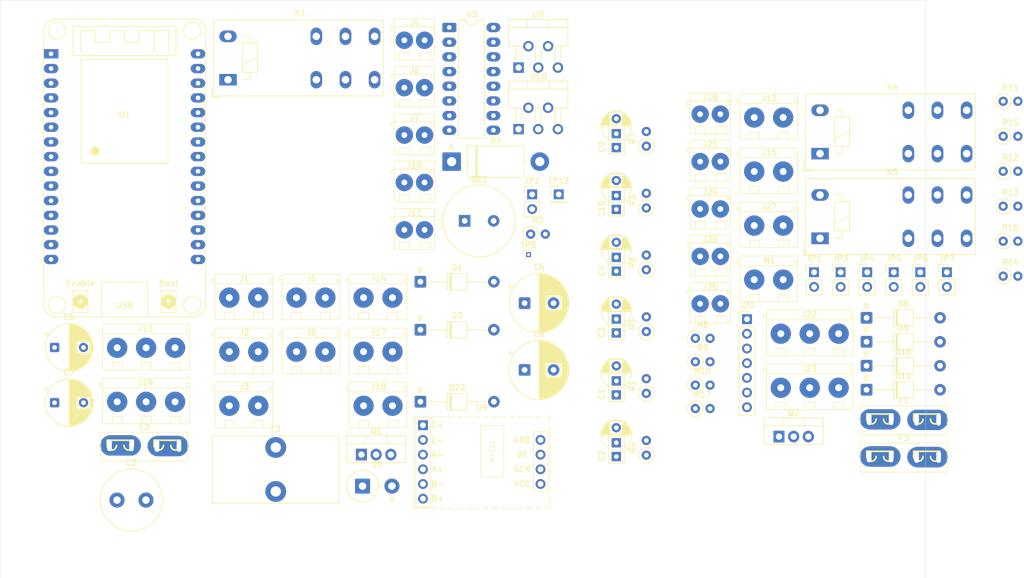
<source format=kicad_pcb>
(kicad_pcb (version 20241229) (generator "pcbnew") (generator_version "9.0")
  (layers (0 "F.Cu" signal) (2 "B.Cu" signal) (13 "F.Paste" user) (15 "B.Paste" user) (5 "F.SilkS" user "F.Silkscreen") (7 "B.SilkS" user "B.Silkscreen") (1 "F.Mask" user) (3 "B.Mask" user) (25 "Edge.Cuts" user))
  (net 0 "")
  (net 1 "/OD_Buzzer")
  (net 2 "+12V")
  (net 3 "GND")
  (net 4 "/GPIO-IN_Encoder-Button")
  (net 5 "/GPIO-IN_Button1")
  (net 6 "/GPIO-IN_Button2")
  (net 7 "/GPIO-IN_Encoder-A")
  (net 8 "+24V filtered")
  (net 9 "+5V")
  (net 10 "4...7V")
  (net 11 "/GPIO-IN_Encoder-B")
  (net 12 "/GPIO-IN_Position-SW")
  (net 13 "Net-(D3-K)")
  (net 14 "Net-(D3-A)")
  (net 15 "Net-(D8-A)")
  (net 16 "Net-(D4-K)")
  (net 17 "Net-(D5-K)")
  (net 18 "Net-(D8-K)")
  (net 19 "Net-(D9-A)")
  (net 20 "Net-(D10-A)")
  (net 21 "Net-(D11-K)")
  (net 22 "Net-(D22-A)")
  (net 23 "12V-supply")
  (net 24 "Net-(F1-Pad1)")
  (net 25 "Net-(F3-Pad1)")
  (net 26 "Net-(J22-Pin_3)")
  (net 27 "Net-(J16-Pin_2)")
  (net 28 "/Digital-Input-Filter/switch-terminal")
  (net 29 "/Digital-Input-Filter1/switch-terminal")
  (net 30 "/FREE")
  (net 31 "/Digital-Input-Filter3/switch-terminal")
  (net 32 "/Digital-Input-Filter2/switch-terminal")
  (net 33 "/Digital-Input-Filter5/switch-terminal")
  (net 34 "/Digital-Input-Filter4/switch-terminal")
  (net 35 "Net-(J21-Pin_2)")
  (net 36 "Net-(J22-Pin_2)")
  (net 37 "Net-(J22-Pin_1)")
  (net 38 "Net-(J23-Pin_3)")
  (net 39 "+3V3")
  (net 40 "/I2C-SDA_OLED")
  (net 41 "/I2C-SCL_OLED")
  (net 42 "Net-(J13-Pin_3)")
  (net 43 "Net-(J13-Pin_1)")
  (net 44 "Net-(J13-Pin_2)")
  (net 45 "Net-(J19-Pin_2)")
  (net 46 "Net-(J23-Pin_2)")
  (net 47 "Net-(J23-Pin_1)")
  (net 48 "Net-(J24-Pin_2)")
  (net 49 "Net-(J24-Pin_1)")
  (net 50 "Net-(J25-Pin_1)")
  (net 51 "/Servo-PWM-Signal")
  (net 58 "Net-(J25-Pin_2)")
  (net 81 "/OD_LED2")
  (net 82 "/OD_Relay-heater")
  (net 83 "/OD_LED1")
  (net 84 "Net-(J26-Pin_1)")
  (net 85 "Net-(J26-Pin_2)")
  (net 86 "/OD_Relay-motor")
  (net 87 "Net-(JP3-A)")
  (net 88 "Net-(Q1-G)")
  (net 89 "Net-(Q2-G)")
  (net 91 "/GPIO_MOS-valve")
  (net 92 "/OD_Relay-reserve")
  (net 93 "/GPIO_MOS-reserve")
  (net 94 "/GPIO_Buzzer")
  (net 95 "/GPIO_LED2")
  (net 96 "/GPIO_Relay-reserve")
  (net 97 "/GPIO_Relay-motor")
  (net 98 "/GPIO_Relay-heater")
  (net 99 "/GPIO_LED1")
  (net 100 "/HX711_SCK")
  (net 101 "/HX711_DT")
  (footprint "capacitor_libJonny:C_DualType__Disc-7.0x2.5mm-P5mm__Elko-D5mm-P2.5mm" (layer "F.Cu") (at 126.2 65.19 90)
    (property "Reference" "C4" (at 0.1 -2.5 90) (layer "F.SilkS"))
    (property "Value" "100n")
    (pad "1" thru_hole rect (at 0 0 90) (size 1.6 1.6) (drill 0.8) (layers "*.Cu" "*.Mask") (net 7 "/GPIO-IN_Encoder-A"))
    (pad "1" thru_hole rect (at 2.4 0 90) (size 1.6 1.6) (drill 0.8) (layers "*.Cu" "*.Mask") (net 7 "/GPIO-IN_Encoder-A"))
    (pad "2" thru_hole circle (at 5 0 90) (size 1.6 1.6) (drill 0.8) (layers "*.Cu" "*.Mask") (net 3 "GND"))
  )
  (footprint "Diode_THT:D_T-1_P12.70mm_Horizontal" (layer "F.Cu") (at 92.335 87.765)
    (property "Reference" "D22" (at 6.35 -2.42 0) (layer "F.SilkS"))
    (property "Value" "D")
    (fp_text user "K" (at 0 -2 0) (layer "F.SilkS"))
    (pad "1" thru_hole roundrect (at 0 0) (size 2 2) (drill 1) (layers "*.Cu" "*.Mask") (roundrect_rratio 0.125) (net 2 "+12V"))
    (pad "2" thru_hole circle (at 12.7 0) (size 2 2) (drill 1) (layers "*.Cu" "*.Mask") (net 22 "Net-(D22-A)"))
  )
  (footprint "terminals_libJonny:ScrewTerminal_P5mm_2Pin_FP10x8" (layer "F.Cu") (at 59.31 79.115)
    (property "Reference" "J2" (at 2.6 -3.3 0) (layer "F.SilkS"))
    (property "Value" "12V")
    (pad "1" thru_hole circle (at 0 0) (size 3.5 3.5) (drill 1.2) (layers "*.Cu" "*.Mask") (net 2 "+12V"))
    (pad "2" thru_hole circle (at 5 0) (size 3.5 3.5) (drill 1.2) (layers "*.Cu" "*.Mask") (net 2 "+12V"))
  )
  (footprint "capacitor_libJonny:C_DualType__Disc-7.0x2.5mm-P5mm__Elko-D5mm-P2.5mm" (layer "F.Cu") (at 126.2 86.57 90)
    (property "Reference" "C1" (at 0.1 -2.5 90) (layer "F.SilkS"))
    (property "Value" "100n")
    (pad "1" thru_hole rect (at 0 0 90) (size 1.6 1.6) (drill 0.8) (layers "*.Cu" "*.Mask") (net 4 "/GPIO-IN_Encoder-Button"))
    (pad "1" thru_hole rect (at 2.4 0 90) (size 1.6 1.6) (drill 0.8) (layers "*.Cu" "*.Mask") (net 4 "/GPIO-IN_Encoder-Button"))
    (pad "2" thru_hole circle (at 5 0 90) (size 1.6 1.6) (drill 0.8) (layers "*.Cu" "*.Mask") (net 3 "GND"))
  )
  (footprint "devboards_libJonny:esp32-devkit-v1_30Pin" (layer "F.Cu") (at 41.2 27.59)
    (property "Reference" "U1" (at 0 10.47 0) (layer "F.SilkS"))
    (property "Value" "esp32-devkit-v1_30Pin")
    (fp_text user "Boot" (at 7.62 39.68 0) (layer "F.SilkS"))
    (fp_text user "USB" (at 0 43.49 0) (layer "F.SilkS"))
    (fp_text user "Enable" (at -7.62 39.68 0) (layer "F.SilkS"))
    (pad "1" thru_hole rect (at -12.7 0) (size 2.5 1.6) (drill 0.8) (layers "*.Cu" "*.Mask"))
    (pad "2" thru_hole oval (at -12.7 2.54) (size 2.5 1.6) (drill 0.8) (layers "*.Cu" "*.Mask"))
    (pad "3" thru_hole oval (at -12.7 5.08) (size 2.5 1.6) (drill 0.8) (layers "*.Cu" "*.Mask"))
    (pad "4" thru_hole oval (at -12.7 7.62) (size 2.5 1.6) (drill 0.8) (layers "*.Cu" "*.Mask"))
    (pad "5" thru_hole oval (at -12.7 10.16) (size 2.5 1.6) (drill 0.8) (layers "*.Cu" "*.Mask"))
    (pad "6" thru_hole oval (at -12.7 12.7) (size 2.5 1.6) (drill 0.8) (layers "*.Cu" "*.Mask"))
    (pad "7" thru_hole oval (at -12.7 15.24) (size 2.5 1.6) (drill 0.8) (layers "*.Cu" "*.Mask"))
    (pad "8" thru_hole oval (at -12.7 17.78) (size 2.5 1.6) (drill 0.8) (layers "*.Cu" "*.Mask"))
    (pad "9" thru_hole oval (at -12.7 20.32) (size 2.5 1.6) (drill 0.8) (layers "*.Cu" "*.Mask"))
    (pad "10" thru_hole oval (at -12.7 22.86) (size 2.5 1.6) (drill 0.8) (layers "*.Cu" "*.Mask"))
    (pad "11" thru_hole oval (at -12.7 25.4) (size 2.5 1.6) (drill 0.8) (layers "*.Cu" "*.Mask"))
    (pad "12" thru_hole oval (at -12.7 27.94) (size 2.5 1.6) (drill 0.8) (layers "*.Cu" "*.Mask"))
    (pad "13" thru_hole oval (at -12.7 30.48) (size 2.5 1.6) (drill 0.8) (layers "*.Cu" "*.Mask"))
    (pad "14" thru_hole oval (at -12.7 33.02) (size 2.5 1.6) (drill 0.8) (layers "*.Cu" "*.Mask"))
    (pad "15" thru_hole oval (at -12.7 35.56) (size 2.5 1.6) (drill 0.8) (layers "*.Cu" "*.Mask") (net 9 "+5V"))
    (pad "16" thru_hole oval (at 12.7 35.56) (size 2.5 1.6) (drill 0.8) (layers "*.Cu" "*.Mask") (net 39 "+3V3"))
    (pad "17" thru_hole oval (at 12.7 33.02) (size 2.5 1.6) (drill 0.8) (layers "*.Cu" "*.Mask"))
    (pad "18" thru_hole oval (at 12.7 30.48) (size 2.5 1.6) (drill 0.8) (layers "*.Cu" "*.Mask"))
    (pad "19" thru_hole oval (at 12.7 27.94) (size 2.5 1.6) (drill 0.8) (layers "*.Cu" "*.Mask"))
    (pad "20" thru_hole oval (at 12.7 25.4) (size 2.5 1.6) (drill 0.8) (layers "*.Cu" "*.Mask"))
    (pad "21" thru_hole oval (at 12.7 22.86) (size 2.5 1.6) (drill 0.8) (layers "*.Cu" "*.Mask"))
    (pad "22" thru_hole oval (at 12.7 20.32) (size 2.5 1.6) (drill 0.8) (layers "*.Cu" "*.Mask"))
    (pad "23" thru_hole oval (at 12.7 17.78) (size 2.5 1.6) (drill 0.8) (layers "*.Cu" "*.Mask"))
    (pad "24" thru_hole oval (at 12.7 15.24) (size 2.5 1.6) (drill 0.8) (layers "*.Cu" "*.Mask"))
    (pad "25" thru_hole oval (at 12.7 12.7) (size 2.5 1.6) (drill 0.8) (layers "*.Cu" "*.Mask"))
    (pad "26" thru_hole oval (at 12.7 10.16) (size 2.5 1.6) (drill 0.8) (layers "*.Cu" "*.Mask"))
    (pad "27" thru_hole oval (at 12.7 7.62) (size 2.5 1.6) (drill 0.8) (layers "*.Cu" "*.Mask"))
    (pad "28" thru_hole oval (at 12.7 5.08) (size 2.5 1.6) (drill 0.8) (layers "*.Cu" "*.Mask"))
    (pad "29" thru_hole oval (at 12.7 2.54) (size 2.5 1.6) (drill 0.8) (layers "*.Cu" "*.Mask"))
    (pad "30" thru_hole oval (at 12.7 0) (size 2.5 1.6) (drill 0.8) (layers "*.Cu" "*.Mask"))
  )
  (footprint "Diode_THT:D_T-1_P12.70mm_Horizontal" (layer "F.Cu") (at 169.45 73.25)
    (property "Reference" "D8" (at 6.35 -2.42 0) (layer "F.SilkS"))
    (property "Value" "D")
    (fp_text user "K" (at 0 -2 0) (layer "F.SilkS"))
    (pad "1" thru_hole roundrect (at 0 0) (size 2 2) (drill 1) (layers "*.Cu" "*.Mask") (roundrect_rratio 0.125) (net 18 "Net-(D8-K)"))
    (pad "2" thru_hole circle (at 12.7 0) (size 2 2) (drill 1) (layers "*.Cu" "*.Mask") (net 15 "Net-(D8-A)"))
  )
  (footprint "terminals_libJonny:ScrewTerminal_P3.5mm_2Pin_FP7x7" (layer "F.Cu") (at 89.56 49.84)
    (property "Reference" "J10" (at 1.75 -2.95 0) (layer "F.SilkS"))
    (property "Value" "OLED_3v3, GND")
    (pad "1" thru_hole circle (at 0 0) (size 3 3) (drill 1) (layers "*.Cu" "*.Mask") (net 3 "GND"))
    (pad "2" thru_hole circle (at 3.5 0) (size 3 3) (drill 1) (layers "*.Cu" "*.Mask") (net 39 "+3V3"))
  )
  (footprint "terminals_libJonny:ScrewTerminal_P5mm_2Pin_FP10x8" (layer "F.Cu") (at 70.91 79.115)
    (property "Reference" "J8" (at 2.6 -3.3 0) (layer "F.SilkS"))
    (property "Value" "MOS out (COM, Drain)")
    (pad "1" thru_hole circle (at 0 0) (size 3.5 3.5) (drill 1.2) (layers "*.Cu" "*.Mask") (net 14 "Net-(D3-A)"))
    (pad "2" thru_hole circle (at 5 0) (size 3.5 3.5) (drill 1.2) (layers "*.Cu" "*.Mask") (net 13 "Net-(D3-K)"))
  )
  (footprint "Resistor_THT:R_Axial_DIN0207_L6.3mm_D2.5mm_P2.54mm_Vertical" (layer "F.Cu") (at 111.385 58.775)
    (property "Reference" "R2" (at 1.27 -2.37 0) (layer "F.SilkS"))
    (property "Value" "200")
    (pad "1" thru_hole circle (at 0 0) (size 1.6 1.6) (drill 0.8) (layers "*.Cu" "*.Mask") (net 51 "/Servo-PWM-Signal"))
    (pad "2" thru_hole circle (at 2.54 0) (size 1.6 1.6) (drill 0.8) (layers "*.Cu" "*.Mask") (net 45 "Net-(J19-Pin_2)"))
  )
  (footprint "Diode_THT:D_T-1_P12.70mm_Horizontal" (layer "F.Cu") (at 92.335 75.315)
    (property "Reference" "D3" (at 6.35 -2.42 0) (layer "F.SilkS"))
    (property "Value" "D")
    (fp_text user "K" (at 0 -2 0) (layer "F.SilkS"))
    (pad "1" thru_hole roundrect (at 0 0) (size 2 2) (drill 1) (layers "*.Cu" "*.Mask") (roundrect_rratio 0.125) (net 13 "Net-(D3-K)"))
    (pad "2" thru_hole circle (at 12.7 0) (size 2 2) (drill 1) (layers "*.Cu" "*.Mask") (net 14 "Net-(D3-A)"))
  )
  (footprint "Resistor_THT:R_Axial_DIN0207_L6.3mm_D2.5mm_P2.54mm_Vertical" (layer "F.Cu") (at 193.06 47.9)
    (property "Reference" "R12" (at 1.27 -2.37 0) (layer "F.SilkS"))
    (property "Value" "10k")
    (pad "1" thru_hole circle (at 0 0) (size 1.6 1.6) (drill 0.8) (layers "*.Cu" "*.Mask") (net 39 "+3V3"))
    (pad "2" thru_hole circle (at 2.54 0) (size 1.6 1.6) (drill 0.8) (layers "*.Cu" "*.Mask") (net 29 "/Digital-Input-Filter1/switch-terminal"))
  )
  (footprint "capacitor_libJonny:C_DualType__Disc-7.0x2.5mm-P5mm__Elko-D5mm-P2.5mm" (layer "F.Cu") (at 126.2 54.5 90)
    (property "Reference" "C10" (at 0.1 -2.5 90) (layer "F.SilkS"))
    (property "Value" "100n")
    (pad "1" thru_hole rect (at 0 0 90) (size 1.6 1.6) (drill 0.8) (layers "*.Cu" "*.Mask") (net 12 "/GPIO-IN_Position-SW"))
    (pad "1" thru_hole rect (at 2.4 0 90) (size 1.6 1.6) (drill 0.8) (layers "*.Cu" "*.Mask") (net 12 "/GPIO-IN_Position-SW"))
    (pad "2" thru_hole circle (at 5 0 90) (size 1.6 1.6) (drill 0.8) (layers "*.Cu" "*.Mask") (net 3 "GND"))
  )
  (footprint "Capacitor_THT:CP_Radial_D10.0mm_P5.00mm" (layer "F.Cu") (at 110.349646 70.715)
    (property "Reference" "C6" (at 2.5 -6.25 0) (layer "F.SilkS"))
    (property "Value" "1000u")
    (pad "1" thru_hole roundrect (at 0 0) (size 2 2) (drill 1) (layers "*.Cu" "*.Mask") (roundrect_rratio 0.125) (net 9 "+5V"))
    (pad "2" thru_hole circle (at 5 0) (size 2 2) (drill 1) (layers "*.Cu" "*.Mask") (net 3 "GND"))
  )
  (footprint "misc_libJonny:Fuseholder_Automotive-Mini_Fuse11x4x16_Footprint15x5_Inline" (layer "F.Cu") (at 169.9 97.35)
    (property "Reference" "F3" (at 6 -3.3 0) (layer "F.SilkS"))
    (property "Value" "F-Heater")
    (pad "1" thru_hole roundrect (at 0 -0.1) (size 7 3.5) (drill oval 0.8 2 (offset 1.9 0)) (layers "*.Cu" "*.Mask") (roundrect_rratio 0.5) (net 25 "Net-(F3-Pad1)"))
    (pad "1" thru_hole roundrect (at 3.8 -0.1) (size 7 3.5) (drill oval 0.8 2 (offset -1.9 0)) (layers "*.Cu" "*.Mask") (roundrect_rratio 0.5) (net 25 "Net-(F3-Pad1)"))
    (pad "2" thru_hole roundrect (at 8.2 0) (size 7 3.5) (drill oval 0.8 2 (offset 1.9 0)) (layers "*.Cu" "*.Mask") (roundrect_rratio 0.5) (net 26 "Net-(J22-Pin_3)"))
    (pad "2" thru_hole roundrect (at 12 0) (size 7 3.5) (drill oval 0.8 2 (offset -1.9 0)) (layers "*.Cu" "*.Mask") (roundrect_rratio 0.5) (net 26 "Net-(J22-Pin_3)"))
  )
  (footprint "Package_TO_SOT_THT:TO-220-3_Vertical" (layer "F.Cu") (at 154.31 93.8)
    (property "Reference" "Q2" (at 2.54 -4.1 0) (layer "F.SilkS"))
    (property "Value" "IRLB8721PBF")
    (pad "1" thru_hole rect (at 0 0) (size 1.905 2) (drill 1.1) (layers "*.Cu" "*.Mask") (net 89 "Net-(Q2-G)"))
    (pad "2" thru_hole oval (at 2.54 0) (size 1.905 2) (drill 1.1) (layers "*.Cu" "*.Mask") (net 15 "Net-(D8-A)"))
    (pad "3" thru_hole oval (at 5.08 0) (size 1.905 2) (drill 1.1) (layers "*.Cu" "*.Mask") (net 3 "GND"))
  )
  (footprint "Package_TO_SOT_THT:TO-220-3_Vertical" (layer "F.Cu") (at 82.145 96.915)
    (property "Reference" "Q1" (at 2.54 -4.1 0) (layer "F.SilkS"))
    (property "Value" "IRLB8721PBF")
    (pad "1" thru_hole rect (at 0 0) (size 1.905 2) (drill 1.1) (layers "*.Cu" "*.Mask") (net 88 "Net-(Q1-G)"))
    (pad "2" thru_hole oval (at 2.54 0) (size 1.905 2) (drill 1.1) (layers "*.Cu" "*.Mask") (net 14 "Net-(D3-A)"))
    (pad "3" thru_hole oval (at 5.08 0) (size 1.905 2) (drill 1.1) (layers "*.Cu" "*.Mask") (net 3 "GND"))
  )
  (footprint "misc_libJonny:Fuseholder_Automotive-Mini_Fuse11x4x16_Footprint15x5_Inline" (layer "F.Cu") (at 38.605 95.435)
    (property "Reference" "F2" (at 6 -3.3 0) (layer "F.SilkS"))
    (property "Value" "F-total")
    (pad "1" thru_hole roundrect (at 0 -0.1) (size 7 3.5) (drill oval 0.8 2 (offset 1.9 0)) (layers "*.Cu" "*.Mask") (roundrect_rratio 0.5) (net 2 "+12V"))
    (pad "1" thru_hole roundrect (at 3.8 -0.1) (size 7 3.5) (drill oval 0.8 2 (offset -1.9 0)) (layers "*.Cu" "*.Mask") (roundrect_rratio 0.5) (net 2 "+12V"))
    (pad "2" thru_hole roundrect (at 8.2 0) (size 7 3.5) (drill oval 0.8 2 (offset 1.9 0)) (layers "*.Cu" "*.Mask") (roundrect_rratio 0.5) (net 23 "12V-supply"))
    (pad "2" thru_hole roundrect (at 12 0) (size 7 3.5) (drill oval 0.8 2 (offset -1.9 0)) (layers "*.Cu" "*.Mask") (roundrect_rratio 0.5) (net 23 "12V-supply"))
  )
  (footprint "Resistor_THT:R_Axial_DIN0207_L6.3mm_D2.5mm_P2.54mm_Vertical" (layer "F.Cu") (at 131.386 54.25 90)
    (property "Reference" "R3" (at 1.27 -2.37 90) (layer "F.SilkS"))
    (property "Value" "4k7")
    (pad "1" thru_hole circle (at 0 0 90) (size 1.6 1.6) (drill 0.8) (layers "*.Cu" "*.Mask") (net 33 "/Digital-Input-Filter5/switch-terminal"))
    (pad "2" thru_hole circle (at 2.54 0 90) (size 1.6 1.6) (drill 0.8) (layers "*.Cu" "*.Mask") (net 12 "/GPIO-IN_Position-SW"))
  )
  (footprint "Capacitor_THT:CP_Radial_D8.0mm_P5.00mm" (layer "F.Cu") (at 29.109698 78.385)
    (property "Reference" "C5" (at 2.5 -5.25 0) (layer "F.SilkS"))
    (property "Value" "100u")
    (pad "1" thru_hole roundrect (at 0 0) (size 1.6 1.6) (drill 0.8) (layers "*.Cu" "*.Mask") (roundrect_rratio 0.15625) (net 8 "+24V filtered"))
    (pad "2" thru_hole circle (at 5 0) (size 1.6 1.6) (drill 0.8) (layers "*.Cu" "*.Mask") (net 3 "GND"))
  )
  (footprint "terminals_libJonny:ScrewTerminal_P5mm_3Pin_FP15x8" (layer "F.Cu") (at 39.93 87.785)
    (property "Reference" "J19" (at 4.9 -3.3 0) (layer "F.SilkS"))
    (property "Value" "Servo")
    (pad "1" thru_hole circle (at 0 0) (size 3.5 3.5) (drill 1.2) (layers "*.Cu" "*.Mask") (net 10 "4...7V"))
    (pad "2" thru_hole circle (at 5 0) (size 3.5 3.5) (drill 1.2) (layers "*.Cu" "*.Mask") (net 45 "Net-(J19-Pin_2)"))
    (pad "3" thru_hole circle (at 10 0) (size 3.5 3.5) (drill 1.2) (layers "*.Cu" "*.Mask") (net 3 "GND"))
  )
  (footprint "terminals_libJonny:ScrewTerminal_P3.5mm_2Pin_FP7x7" (layer "F.Cu") (at 140.685 62.625)
    (property "Reference" "J25" (at 1.75 -2.95 0) (layer "F.SilkS"))
    (property "Value" "load-cell (white, green)")
    (pad "1" thru_hole circle (at 0 0) (size 3 3) (drill 1) (layers "*.Cu" "*.Mask") (net 50 "Net-(J25-Pin_1)"))
    (pad "2" thru_hole circle (at 3.5 0) (size 3 3) (drill 1) (layers "*.Cu" "*.Mask") (net 58 "Net-(J25-Pin_2)"))
  )
  (footprint "terminals_libJonny:ScrewTerminal_P5mm_2Pin_FP10x8" (layer "F.Cu") (at 82.51 69.765)
    (property "Reference" "J14" (at 2.6 -3.3 0) (layer "F.SilkS"))
    (property "Value" "3V3")
    (pad "1" thru_hole circle (at 0 0) (size 3.5 3.5) (drill 1.2) (layers "*.Cu" "*.Mask") (net 9 "+5V"))
    (pad "2" thru_hole circle (at 5 0) (size 3.5 3.5) (drill 1.2) (layers "*.Cu" "*.Mask") (net 9 "+5V"))
  )
  (footprint "terminals_libJonny:ScrewTerminal_P5mm_2Pin_FP10x8" (layer "F.Cu") (at 150.035 47.95)
    (property "Reference" "J15" (at 2.6 -3.3 0) (layer "F.SilkS"))
    (property "Value" "12V, 5V")
    (pad "1" thru_hole circle (at 0 0) (size 3.5 3.5) (drill 1.2) (layers "*.Cu" "*.Mask") (net 9 "+5V"))
    (pad "2" thru_hole circle (at 5 0) (size 3.5 3.5) (drill 1.2) (layers "*.Cu" "*.Mask") (net 2 "+12V"))
  )
  (footprint "terminals_libJonny:ScrewTerminal_P3.5mm_2Pin_FP7x7" (layer "F.Cu") (at 140.685 38.025)
    (property "Reference" "J16" (at 1.75 -2.95 0) (layer "F.SilkS"))
    (property "Value" "LED2")
    (pad "1" thru_hole circle (at 0 0) (size 3 3) (drill 1) (layers "*.Cu" "*.Mask") (net 81 "/OD_LED2"))
    (pad "2" thru_hole circle (at 3.5 0) (size 3 3) (drill 1) (layers "*.Cu" "*.Mask") (net 27 "Net-(J16-Pin_2)"))
  )
  (footprint "Package_TO_SOT_THT:TO-220-5_P3.4x3.7mm_StaggerOdd_Lead3.8mm_Vertical" (layer "F.Cu") (at 109.305 40.615)
    (property "Reference" "U10" (at 3.4 -9.15 0) (layer "F.SilkS"))
    (property "Value" "LM2576T-ADJ")
    (pad "1" thru_hole rect (at 0 0) (size 1.8 1.8) (drill 1.1) (layers "*.Cu" "*.Mask") (net 8 "+24V filtered"))
    (pad "2" thru_hole circle (at 1.7 -3.7) (size 1.8 1.8) (drill 1.1) (layers "*.Cu" "*.Mask") (net 17 "Net-(D5-K)"))
    (pad "3" thru_hole circle (at 3.4 0) (size 1.8 1.8) (drill 1.1) (layers "*.Cu" "*.Mask") (net 3 "GND"))
    (pad "4" thru_hole circle (at 5.1 -3.7) (size 1.8 1.8) (drill 1.1) (layers "*.Cu" "*.Mask") (net 10 "4...7V"))
    (pad "5" thru_hole circle (at 6.8 0) (size 1.8 1.8) (drill 1.1) (layers "*.Cu" "*.Mask") (net 3 "GND"))
  )
  (footprint "Connector_PinHeader_1.00mm:PinHeader_1x01_P1.00mm_Vertical" (layer "F.Cu") (at 111.025 62.325)
    (property "Reference" "TP6" (at 0 -1.61 0) (layer "F.SilkS"))
    (property "Value" "BATT")
    (pad "1" thru_hole rect (at 0 0) (size 0.85 0.85) (drill 0.5) (layers "*.Cu" "*.Mask") (net 2 "+12V"))
  )
  (footprint "Resistor_THT:R_Axial_DIN0207_L6.3mm_D2.5mm_P2.54mm_Vertical" (layer "F.Cu") (at 193.06 41.85)
    (property "Reference" "R15" (at 1.27 -2.37 0) (layer "F.SilkS"))
    (property "Value" "10k")
    (pad "1" thru_hole circle (at 0 0) (size 1.6 1.6) (drill 0.8) (layers "*.Cu" "*.Mask") (net 39 "+3V3"))
    (pad "2" thru_hole circle (at 2.54 0) (size 1.6 1.6) (drill 0.8) (layers "*.Cu" "*.Mask") (net 34 "/Digital-Input-Filter4/switch-terminal"))
  )
  (footprint "Connector_PinHeader_2.54mm:PinHeader_1x02_P2.54mm_Vertical" (layer "F.Cu") (at 164.97 65.37)
    (property "Reference" "JP3" (at 0 -2.38 0) (layer "F.SilkS"))
    (property "Value" "Jumper_2_Open")
    (pad "1" thru_hole rect (at 0 0) (size 1.7 1.7) (drill 1) (layers "*.Cu" "*.Mask") (net 87 "Net-(JP3-A)"))
    (pad "2" thru_hole circle (at 0 2.54) (size 1.7 1.7) (drill 1) (layers "*.Cu" "*.Mask") (net 2 "+12V"))
  )
  (footprint "capacitor_libJonny:C_DualType__Disc-7.0x2.5mm-P5mm__Elko-D5mm-P2.5mm" (layer "F.Cu") (at 126.2 97.26 90)
    (property "Reference" "C2" (at 0.1 -2.5 90) (layer "F.SilkS"))
    (property "Value" "100n")
    (pad "1" thru_hole rect (at 0 0 90) (size 1.6 1.6) (drill 0.8) (layers "*.Cu" "*.Mask") (net 5 "/GPIO-IN_Button1"))
    (pad "1" thru_hole rect (at 2.4 0 90) (size 1.6 1.6) (drill 0.8) (layers "*.Cu" "*.Mask") (net 5 "/GPIO-IN_Button1"))
    (pad "2" thru_hole circle (at 5 0 90) (size 1.6 1.6) (drill 0.8) (layers "*.Cu" "*.Mask") (net 3 "GND"))
  )
  (footprint "Resistor_THT:R_Axial_DIN0207_L6.3mm_D2.5mm_P2.54mm_Vertical" (layer "F.Cu") (at 131.386 86.32 90)
    (property "Reference" "R1" (at 1.27 -2.37 90) (layer "F.SilkS"))
    (property "Value" "4k7")
    (pad "1" thru_hole circle (at 0 0 90) (size 1.6 1.6) (drill 0.8) (layers "*.Cu" "*.Mask") (net 34 "/Digital-Input-Filter4/switch-terminal"))
    (pad "2" thru_hole circle (at 2.54 0 90) (size 1.6 1.6) (drill 0.8) (layers "*.Cu" "*.Mask") (net 4 "/GPIO-IN_Encoder-Button"))
  )
  (footprint "Connector_PinHeader_2.54mm:PinHeader_1x02_P2.54mm_Vertical" (layer "F.Cu") (at 111.655 51.905)
    (property "Reference" "JP2" (at 0 -2.38 0) (layer "F.SilkS"))
    (property "Value" "Jumper_2_Bridged")
    (pad "1" thru_hole rect (at 0 0) (size 1.7 1.7) (drill 1) (layers "*.Cu" "*.Mask") (net 82 "/OD_Relay-heater"))
    (pad "2" thru_hole circle (at 0 2.54) (size 1.7 1.7) (drill 1) (layers "*.Cu" "*.Mask") (net 22 "Net-(D22-A)"))
  )
  (footprint "Diode_THT:D_T-1_P12.70mm_Horizontal" (layer "F.Cu") (at 92.335 67.015)
    (property "Reference" "D1" (at 6.35 -2.42 0) (layer "F.SilkS"))
    (property "Value" "D")
    (fp_text user "K" (at 0 -2 0) (layer "F.SilkS"))
    (pad "1" thru_hole roundrect (at 0 0) (size 2 2) (drill 1) (layers "*.Cu" "*.Mask") (roundrect_rratio 0.125) (net 2 "+12V"))
    (pad "2" thru_hole circle (at 12.7 0) (size 2 2) (drill 1) (layers "*.Cu" "*.Mask") (net 3 "GND"))
  )
  (footprint "terminals_libJonny:ScrewTerminal_P3.5mm_2Pin_FP7x7" (layer "F.Cu") (at 89.56 41.64)
    (property "Reference" "J7" (at 1.75 -2.95 0) (layer "F.SilkS"))
    (property "Value" "Encoder Button, Pos-sw")
    (pad "1" thru_hole circle (at 0 0) (size 3 3) (drill 1) (layers "*.Cu" "*.Mask") (net 34 "/Digital-Input-Filter4/switch-terminal"))
    (pad "2" thru_hole circle (at 3.5 0) (size 3 3) (drill 1) (layers "*.Cu" "*.Mask") (net 33 "/Digital-Input-Filter5/switch-terminal"))
  )
  (footprint "Inductor_THT:L_Radial_D10.5mm_P5.00mm_Abacron_AISR-01" (layer "F.Cu") (at 39.905 104.785)
    (property "Reference" "L2" (at 2.5 -6.5 0) (layer "F.SilkS"))
    (property "Value" "330u")
    (pad "1" thru_hole circle (at 0 0) (size 2.6 2.6) (drill 1.3) (layers "*.Cu" "*.Mask") (net 16 "Net-(D4-K)"))
    (pad "2" thru_hole circle (at 5 0) (size 2.6 2.6) (drill 1.3) (layers "*.Cu" "*.Mask") (net 9 "+5V"))
  )
  (footprint "Connector_PinHeader_2.54mm:PinHeader_1x02_P2.54mm_Vertical" (layer "F.Cu") (at 178.74 65.37)
    (property "Reference" "JP6" (at 0 -2.38 0) (layer "F.SilkS"))
    (property "Value" "Jumper_2_Bridged")
    (pad "1" thru_hole rect (at 0 0) (size 1.7 1.7) (drill 1) (layers "*.Cu" "*.Mask") (net 47 "Net-(J23-Pin_1)"))
    (pad "2" thru_hole circle (at 0 2.54) (size 1.7 1.7) (drill 1) (layers "*.Cu" "*.Mask") (net 3 "GND"))
  )
  (footprint "terminals_libJonny:ScrewTerminal_P5mm_3Pin_FP15x8" (layer "F.Cu") (at 39.93 78.435)
    (property "Reference" "J13" (at 4.9 -3.3 0) (layer "F.SilkS"))
    (property "Value" "230V Heater")
    (pad "1" thru_hole circle (at 0 0) (size 3.5 3.5) (drill 1.2) (layers "*.Cu" "*.Mask") (net 43 "Net-(J13-Pin_1)"))
    (pad "2" thru_hole circle (at 5 0) (size 3.5 3.5) (drill 1.2) (layers "*.Cu" "*.Mask") (net 44 "Net-(J13-Pin_2)"))
    (pad "3" thru_hole circle (at 10 0) (size 3.5 3.5) (drill 1.2) (layers "*.Cu" "*.Mask") (net 42 "Net-(J13-Pin_3)"))
  )
  (footprint "terminals_libJonny:ScrewTerminal_P3.5mm_2Pin_FP7x7" (layer "F.Cu") (at 89.56 58.04)
    (property "Reference" "J11" (at 1.75 -2.95 0) (layer "F.SilkS"))
    (property "Value" "OLED_SDA, SCL")
    (pad "1" thru_hole circle (at 0 0) (size 3 3) (drill 1) (layers "*.Cu" "*.Mask") (net 41 "/I2C-SCL_OLED"))
    (pad "2" thru_hole circle (at 3.5 0) (size 3 3) (drill 1) (layers "*.Cu" "*.Mask") (net 40 "/I2C-SDA_OLED"))
  )
  (footprint "terminals_libJonny:ScrewTerminal_P5mm_2Pin_FP10x8" (layer "F.Cu") (at 82.51 88.465)
    (property "Reference" "J18" (at 2.6 -3.3 0) (layer "F.SilkS"))
    (property "Value" "GND")
    (pad "1" thru_hole circle (at 0 0) (size 3.5 3.5) (drill 1.2) (layers "*.Cu" "*.Mask") (net 3 "GND"))
    (pad "2" thru_hole circle (at 5 0) (size 3.5 3.5) (drill 1.2) (layers "*.Cu" "*.Mask") (net 3 "GND"))
  )
  (footprint "Resistor_THT:R_Axial_DIN0207_L6.3mm_D2.5mm_P2.54mm_Vertical" (layer "F.Cu") (at 139.86 84.9)
    (property "Reference" "R10" (at 1.27 -2.37 0) (layer "F.SilkS"))
    (property "Value" "330")
    (pad "1" thru_hole circle (at 0 0) (size 1.6 1.6) (drill 0.8) (layers "*.Cu" "*.Mask") (net 9 "+5V"))
    (pad "2" thru_hole circle (at 2.54 0) (size 1.6 1.6) (drill 0.8) (layers "*.Cu" "*.Mask") (net 27 "Net-(J16-Pin_2)"))
  )
  (footprint "terminals_libJonny:ScrewTerminal_P3.5mm_2Pin_FP7x7" (layer "F.Cu") (at 140.685 46.225)
    (property "Reference" "J21" (at 1.75 -2.95 0) (layer "F.SilkS"))
    (property "Value" "LED1")
    (pad "1" thru_hole circle (at 0 0) (size 3 3) (drill 1) (layers "*.Cu" "*.Mask") (net 83 "/OD_LED1"))
    (pad "2" thru_hole circle (at 3.5 0) (size 3 3) (drill 1) (layers "*.Cu" "*.Mask") (net 35 "Net-(J21-Pin_2)"))
  )
  (footprint "Resistor_THT:R_Axial_DIN0207_L6.3mm_D2.5mm_P2.54mm_Vertical" (layer "F.Cu") (at 193.06 53.95)
    (property "Reference" "R13" (at 1.27 -2.37 0) (layer "F.SilkS"))
    (property "Value" "10k")
    (pad "1" thru_hole circle (at 0 0) (size 1.6 1.6) (drill 0.8) (layers "*.Cu" "*.Mask") (net 39 "+3V3"))
    (pad "2" thru_hole circle (at 2.54 0) (size 1.6 1.6) (drill 0.8) (layers "*.Cu" "*.Mask") (net 32 "/Digital-Input-Filter2/switch-terminal"))
  )
  (footprint "Relay_THT:Relay_SPDT_Schrack-RT1-16A-FormC_RM5mm" (layer "F.Cu") (at 161.41 44.85)
    (property "Reference" "K4" (at 12.5 -11.5 0) (layer "F.SilkS"))
    (property "Value" "RT314A24")
    (pad "11" thru_hole oval (at 20.3 -7.5 180) (size 2 3) (drill 1.3) (layers "*.Cu" "*.Mask") (net 25 "Net-(F3-Pad1)"))
    (pad "11" thru_hole oval (at 20.3 0 180) (size 2 3) (drill 1.3) (layers "*.Cu" "*.Mask") (net 25 "Net-(F3-Pad1)"))
    (pad "12" thru_hole oval (at 15.26 -7.5 180) (size 2 3) (drill 1.3) (layers "*.Cu" "*.Mask") (net 37 "Net-(J22-Pin_1)"))
    (pad "12" thru_hole oval (at 15.26 0 180) (size 2 3) (drill 1.3) (layers "*.Cu" "*.Mask") (net 37 "Net-(J22-Pin_1)"))
    (pad "14" thru_hole oval (at 25.34 -7.5 180) (size 2 3) (drill 1.3) (layers "*.Cu" "*.Mask") (net 36 "Net-(J22-Pin_2)"))
    (pad "14" thru_hole oval (at 25.34 0 180) (size 2 3) (drill 1.3) (layers "*.Cu" "*.Mask") (net 36 "Net-(J22-Pin_2)"))
    (pad "A1" thru_hole rect (at 0 0 180) (size 3 2) (drill 1.3) (layers "*.Cu" "*.Mask") (net 2 "+12V"))
    (pad "A2" thru_hole oval (at 0 -7.5 180) (size 3 2) (drill 1.3) (layers "*.Cu" "*.Mask") (net 19 "Net-(D9-A)"))
  )
  (footprint "Diode_THT:D_DO-201AE_P5.08mm_Vertical_AnodeUp" (layer "F.Cu") (at 82.335 102.365)
    (property "Reference" "D5" (at 2.54 -3.77 0) (layer "F.SilkS"))
    (property "Value" "1N5822")
    (fp_text user "A" (at 5.08 2.3 0) (layer "F.SilkS"))
    (pad "1" thru_hole roundrect (at 0 0) (size 2.6 2.6) (drill 1.3) (layers "*.Cu" "*.Mask") (roundrect_rratio 0.096154) (net 17 "Net-(D5-K)"))
    (pad "2" thru_hole circle (at 5.08 0) (size 2.6 2.6) (drill 1.3) (layers "*.Cu" "*.Mask") (net 3 "GND"))
  )
  (footprint "terminals_libJonny:ScrewTerminal_P5mm_2Pin_FP10x8" (layer "F.Cu") (at 59.31 69.765)
    (property "Reference" "J1" (at 2.6 -3.3 0) (layer "F.SilkS"))
    (property "Value" "12V, 5V")
    (pad "1" thru_hole circle (at 0 0) (size 3.5 3.5) (drill 1.2) (layers "*.Cu" "*.Mask") (net 9 "+5V"))
    (pad "2" thru_hole circle (at 5 0) (size 3.5 3.5) (drill 1.2) (layers "*.Cu" "*.Mask") (net 2 "+12V"))
  )
  (footprint "Connector_PinHeader_2.54mm:PinHeader_1x02_P2.54mm_Vertical" (layer "F.Cu") (at 169.56 65.37)
    (property "Reference" "JP4" (at 0 -2.38 0) (layer "F.SilkS"))
    (property "Value" "Jumper_2_Bridged")
    (pad "1" thru_hole rect (at 0 0) (size 1.7 1.7) (drill 1) (layers "*.Cu" "*.Mask") (net 86 "/OD_Relay-motor"))
    (pad "2" thru_hole circle (at 0 2.54) (size 1.7 1.7) (drill 1) (layers "*.Cu" "*.Mask") (net 20 "Net-(D10-A)"))
  )
  (footprint "Relay_THT:Relay_SPDT_Schrack-RT1-16A-FormC_RM5mm" (layer "F.Cu") (at 59.085 32.065)
    (property "Reference" "K1" (at 12.5 -11.5 0) (layer "F.SilkS"))
    (property "Value" "RT314A24")
    (pad "11" thru_hole oval (at 20.3 -7.5 180) (size 2 3) (drill 1.3) (layers "*.Cu" "*.Mask") (net 24 "Net-(F1-Pad1)"))
    (pad "11" thru_hole oval (at 20.3 0 180) (size 2 3) (drill 1.3) (layers "*.Cu" "*.Mask") (net 24 "Net-(F1-Pad1)"))
    (pad "12" thru_hole oval (at 15.26 -7.5 180) (size 2 3) (drill 1.3) (layers "*.Cu" "*.Mask") (net 43 "Net-(J13-Pin_1)"))
    (pad "12" thru_hole oval (at 15.26 0 180) (size 2 3) (drill 1.3) (layers "*.Cu" "*.Mask") (net 43 "Net-(J13-Pin_1)"))
    (pad "14" thru_hole oval (at 25.34 -7.5 180) (size 2 3) (drill 1.3) (layers "*.Cu" "*.Mask") (net 44 "Net-(J13-Pin_2)"))
    (pad "14" thru_hole oval (at 25.34 0 180) (size 2 3) (drill 1.3) (layers "*.Cu" "*.Mask") (net 44 "Net-(J13-Pin_2)"))
    (pad "A1" thru_hole rect (at 0 0 180) (size 3 2) (drill 1.3) (layers "*.Cu" "*.Mask") (net 2 "+12V"))
    (pad "A2" thru_hole oval (at 0 -7.5 180) (size 3 2) (drill 1.3) (layers "*.Cu" "*.Mask") (net 22 "Net-(D22-A)"))
  )
  (footprint "terminals_libJonny:ScrewTerminal_P5mm_3Pin_FP15x8" (layer "F.Cu") (at 154.625 76)
    (property "Reference" "J22" (at 4.9 -3.3 0) (layer "F.SilkS"))
    (property "Value" "Reserve")
    (pad "1" thru_hole circle (at 0 0) (size 3.5 3.5) (drill 1.2) (layers "*.Cu" "*.Mask") (net 37 "Net-(J22-Pin_1)"))
    (pad "2" thru_hole circle (at 5 0) (size 3.5 3.5) (drill 1.2) (layers "*.Cu" "*.Mask") (net 36 "Net-(J22-Pin_2)"))
    (pad "3" thru_hole circle (at 10 0) (size 3.5 3.5) (drill 1.2) (layers "*.Cu" "*.Mask") (net 26 "Net-(J22-Pin_3)"))
  )
  (footprint "terminals_libJonny:ScrewTerminal_P3.5mm_2Pin_FP7x7" (layer "F.Cu") (at 89.56 25.24)
    (property "Reference" "J4" (at 1.75 -2.95 0) (layer "F.SilkS"))
    (property "Value" "button1, button2")
    (pad "1" thru_hole circle (at 0 0) (size 3 3) (drill 1) (layers "*.Cu" "*.Mask") (net 28 "/Digital-Input-Filter/switch-terminal"))
    (pad "2" thru_hole circle (at 3.5 0) (size 3 3) (drill 1) (layers "*.Cu" "*.Mask") (net 29 "/Digital-Input-Filter1/switch-terminal"))
  )
  (footprint "Connector_PinHeader_2.54mm:PinHeader_1x01_P2.54mm_Vertical" (layer "F.Cu") (at 116.245 51.905)
    (property "Reference" "TP12" (at 0 -2.38 0) (layer "F.SilkS"))
    (property "Value" "TP-servoPWM")
    (pad "1" thru_hole rect (at 0 0) (size 1.7 1.7) (drill 1) (layers "*.Cu" "*.Mask") (net 45 "Net-(J19-Pin_2)"))
  )
  (footprint "Connector_PinHeader_2.54mm:PinHeader_1x02_P2.54mm_Vertical" (layer "F.Cu") (at 174.15 65.37)
    (property "Reference" "JP5" (at 0 -2.38 0) (layer "F.SilkS"))
    (property "Value" "Jumper_2_Bridged")
    (pad "1" thru_hole rect (at 0 0) (size 1.7 1.7) (drill 1) (layers "*.Cu" "*.Mask") (net 46 "Net-(J23-Pin_2)"))
    (pad "2" thru_hole circle (at 0 2.54) (size 1.7 1.7) (drill 1) (layers "*.Cu" "*.Mask") (net 2 "+12V"))
  )
  (footprint "terminals_libJonny:ScrewTerminal_P3.5mm_2Pin_FP7x7" (layer "F.Cu") (at 140.685 70.825)
    (property "Reference" "J26" (at 1.75 -2.95 0) (layer "F.SilkS"))
    (property "Value" "B+ B- (free)")
    (pad "1" thru_hole circle (at 0 0) (size 3 3) (drill 1) (layers "*.Cu" "*.Mask") (net 84 "Net-(J26-Pin_1)"))
    (pad "2" thru_hole circle (at 3.5 0) (size 3 3) (drill 1) (layers "*.Cu" "*.Mask") (net 85 "Net-(J26-Pin_2)"))
  )
  (footprint "Connector_PinHeader_2.54mm:PinHeader_1x07_P2.54mm_Vertical" (layer "F.Cu") (at 148.78 73.48)
    (property "Reference" "J20" (at 0 -2.38 0) (layer "F.SilkS"))
    (property "Value" "Conn_01x07_Pin")
    (pad "1" thru_hole rect (at 0 0) (size 1.7 1.7) (drill 1) (layers "*.Cu" "*.Mask") (net 30 "/FREE"))
    (pad "2" thru_hole circle (at 0 2.54) (size 1.7 1.7) (drill 1) (layers "*.Cu" "*.Mask") (net 82 "/OD_Relay-heater"))
    (pad "3" thru_hole circle (at 0 5.08) (size 1.7 1.7) (drill 1) (layers "*.Cu" "*.Mask") (net 86 "/OD_Relay-motor"))
    (pad "4" thru_hole circle (at 0 7.62) (size 1.7 1.7) (drill 1) (layers "*.Cu" "*.Mask") (net 92 "/OD_Relay-reserve"))
    (pad "5" thru_hole circle (at 0 10.16) (size 1.7 1.7) (drill 1) (layers "*.Cu" "*.Mask") (net 83 "/OD_LED1"))
    (pad "6" thru_hole circle (at 0 12.7) (size 1.7 1.7) (drill 1) (layers "*.Cu" "*.Mask") (net 81 "/OD_LED2"))
    (pad "7" thru_hole circle (at 0 15.24) (size 1.7 1.7) (drill 1) (layers "*.Cu" "*.Mask") (net 1 "/OD_Buzzer"))
  )
  (footprint "Resistor_THT:R_Axial_DIN0207_L6.3mm_D2.5mm_P2.54mm_Vertical" (layer "F.Cu") (at 193.06 35.8)
    (property "Reference" "R11" (at 1.27 -2.37 0) (layer "F.SilkS"))
    (property "Value" "10k")
    (pad "1" thru_hole circle (at 0 0) (size 1.6 1.6) (drill 0.8) (layers "*.Cu" "*.Mask") (net 39 "+3V3"))
    (pad "2" thru_hole circle (at 2.54 0) (size 1.6 1.6) (drill 0.8) (layers "*.Cu" "*.Mask") (net 28 "/Digital-Input-Filter/switch-terminal"))
  )
  (footprint "Relay_THT:Relay_SPDT_Schrack-RT1-16A-FormC_RM5mm" (layer "F.Cu") (at 161.41 59.5)
    (property "Reference" "K5" (at 12.5 -11.5 0) (layer "F.SilkS"))
    (property "Value" "RT314A24")
    (pad "11" thru_hole oval (at 20.3 -7.5 180) (size 2 3) (drill 1.3) (layers "*.Cu" "*.Mask") (net 38 "Net-(J23-Pin_3)"))
    (pad "11" thru_hole oval (at 20.3 0 180) (size 2 3) (drill 1.3) (layers "*.Cu" "*.Mask") (net 38 "Net-(J23-Pin_3)"))
    (pad "12" thru_hole oval (at 15.26 -7.5 180) (size 2 3) (drill 1.3) (layers "*.Cu" "*.Mask") (net 47 "Net-(J23-Pin_1)"))
    (pad "12" thru_hole oval (at 15.26 0 180) (size 2 3) (drill 1.3) (layers "*.Cu" "*.Mask") (net 47 "Net-(J23-Pin_1)"))
    (pad "14" thru_hole oval (at 25.34 -7.5 180) (size 2 3) (drill 1.3) (layers "*.Cu" "*.Mask") (net 46 "Net-(J23-Pin_2)"))
    (pad "14" thru_hole oval (at 25.34 0 180) (size 2 3) (drill 1.3) (layers "*.Cu" "*.Mask") (net 46 "Net-(J23-Pin_2)"))
    (pad "A1" thru_hole rect (at 0 0 180) (size 3 2) (drill 1.3) (layers "*.Cu" "*.Mask") (net 2 "+12V"))
    (pad "A2" thru_hole oval (at 0 -7.5 180) (size 3 2) (drill 1.3) (layers "*.Cu" "*.Mask") (net 20 "Net-(D10-A)"))
  )
  (footprint "Resistor_THT:R_Axial_DIN0207_L6.3mm_D2.5mm_P2.54mm_Vertical" (layer "F.Cu") (at 131.386 75.63 90)
    (property "Reference" "R5" (at 1.27 -2.37 90) (layer "F.SilkS"))
    (property "Value" "4k7")
    (pad "1" thru_hole circle (at 0 0 90) (size 1.6 1.6) (drill 0.8) (layers "*.Cu" "*.Mask") (net 29 "/Digital-Input-Filter1/switch-terminal"))
    (pad "2" thru_hole circle (at 2.54 0 90) (size 1.6 1.6) (drill 0.8) (layers "*.Cu" "*.Mask") (net 6 "/GPIO-IN_Button2"))
  )
  (footprint "Package_DIP:DIP-16_W7.62mm_LongPads" (layer "F.Cu") (at 97.335 23.035)
    (property "Reference" "U3" (at 3.81 -2.33 0) (layer "F.SilkS"))
    (property "Value" "ULN2003")
    (pad "1" thru_hole roundrect (at 0 0) (size 2.4 1.6) (drill 0.8) (layers "*.Cu" "*.Mask") (roundrect_rratio 0.15625) (net 94 "/GPIO_Buzzer"))
    (pad "2" thru_hole oval (at 0 2.54) (size 2.4 1.6) (drill 0.8) (layers "*.Cu" "*.Mask") (net 95 "/GPIO_LED2"))
    (pad "3" thru_hole oval (at 0 5.08) (size 2.4 1.6) (drill 0.8) (layers "*.Cu" "*.Mask") (net 99 "/GPIO_LED1"))
    (pad "4" thru_hole oval (at 0 7.62) (size 2.4 1.6) (drill 0.8) (layers "*.Cu" "*.Mask") (net 96 "/GPIO_Relay-reserve"))
    (pad "5" thru_hole oval (at 0 10.16) (size 2.4 1.6) (drill 0.8) (layers "*.Cu" "*.Mask") (net 97 "/GPIO_Relay-motor"))
    (pad "6" thru_hole oval (at 0 12.7) (size 2.4 1.6) (drill 0.8) (layers "*.Cu" "*.Mask") (net 98 "/GPIO_Relay-heater"))
    (pad "7" thru_hole oval (at 0 15.24) (size 2.4 1.6) (drill 0.8) (layers "*.Cu" "*.Mask"))
    (pad "8" thru_hole oval (at 0 17.78) (size 2.4 1.6) (drill 0.8) (layers "*.Cu" "*.Mask") (net 3 "GND"))
    (pad "9" thru_hole oval (at 7.62 17.78) (size 2.4 1.6) (drill 0.8) (layers "*.Cu" "*.Mask") (net 87 "Net-(JP3-A)"))
    (pad "10" thru_hole oval (at 7.62 15.24) (size 2.4 1.6) (drill 0.8) (layers "*.Cu" "*.Mask") (net 30 "/FREE"))
    (pad "11" thru_hole oval (at 7.62 12.7) (size 2.4 1.6) (drill 0.8) (layers "*.Cu" "*.Mask") (net 82 "/OD_Relay-heater"))
    (pad "12" thru_hole oval (at 7.62 10.16) (size 2.4 1.6) (drill 0.8) (layers "*.Cu" "*.Mask") (net 86 "/OD_Relay-motor"))
    (pad "13" thru_hole oval (at 7.62 7.62) (size 2.4 1.6) (drill 0.8) (layers "*.Cu" "*.Mask") (net 92 "/OD_Relay-reserve"))
    (pad "14" thru_hole oval (at 7.62 5.08) (size 2.4 1.6) (drill 0.8) (layers "*.Cu" "*.Mask") (net 83 "/OD_LED1"))
    (pad "15" thru_hole oval (at 7.62 2.54) (size 2.4 1.6) (drill 0.8) (layers "*.Cu" "*.Mask") (net 81 "/OD_LED2"))
    (pad "16" thru_hole oval (at 7.62 0) (size 2.4 1.6) (drill 0.8) (layers "*.Cu" "*.Mask") (net 1 "/OD_Buzzer"))
  )
  (footprint "Buzzer_Beeper:Buzzer_TDK_PS1240P02BT_D12.2mm_H6.5mm" (layer "F.Cu") (at 99.993431 56.485)
    (property "Reference" "BZ2" (at 2.5 -7.17 0) (layer "F.SilkS"))
    (property "Value" "Buzzer")
    (pad "1" thru_hole rect (at 0 0) (size 2 2) (drill 1) (layers "*.Cu" "*.Mask") (net 2 "+12V"))
    (pad "2" thru_hole circle (at 5 0) (size 2 2) (drill 1) (layers "*.Cu" "*.Mask") (net 1 "/OD_Buzzer"))
  )
  (footprint "terminals_libJonny:ScrewTerminal_P5mm_3Pin_FP15x8" (layer "F.Cu") (at 154.625 85.35)
    (property "Reference" "J23" (at 4.9 -3.3 0) (layer "F.SilkS"))
    (property "Value" "Relay fallback")
    (pad "1" thru_hole circle (at 0 0) (size 3.5 3.5) (drill 1.2) (layers "*.Cu" "*.Mask") (net 47 "Net-(J23-Pin_1)"))
    (pad "2" thru_hole circle (at 5 0) (size 3.5 3.5) (drill 1.2) (layers "*.Cu" "*.Mask") (net 46 "Net-(J23-Pin_2)"))
    (pad "3" thru_hole circle (at 10 0) (size 3.5 3.5) (drill 1.2) (layers "*.Cu" "*.Mask") (net 38 "Net-(J23-Pin_3)"))
  )
  (footprint "Resistor_THT:R_Axial_DIN0207_L6.3mm_D2.5mm_P2.54mm_Vertical" (layer "F.Cu") (at 139.86 76.8)
    (property "Reference" "R8" (at 1.27 -2.37 0) (layer "F.SilkS"))
    (property "Value" "330")
    (pad "1" thru_hole circle (at 0 0) (size 1.6 1.6) (drill 0.8) (layers "*.Cu" "*.Mask") (net 91 "/GPIO_MOS-valve"))
    (pad "2" thru_hole circle (at 2.54 0) (size 1.6 1.6) (drill 0.8) (layers "*.Cu" "*.Mask") (net 88 "Net-(Q1-G)"))
  )
  (footprint "terminals_libJonny:ScrewTerminal_P5mm_2Pin_FP10x8" (layer "F.Cu") (at 150.035 66.65)
    (property "Reference" "M1" (at 2.6 -3.3 0) (layer "F.SilkS"))
    (property "Value" "DC-worm-gear motor (Carousell)")
    (pad "1" thru_hole circle (at 0 0) (size 3.5 3.5) (drill 1.2) (layers "*.Cu" "*.Mask") (net 21 "Net-(D11-K)"))
    (pad "2" thru_hole circle (at 5 0) (size 3.5 3.5) (drill 1.2) (layers "*.Cu" "*.Mask") (net 3 "GND"))
  )
  (footprint "capacitor_libJonny:C_DualType__Disc-7.0x2.5mm-P5mm__Elko-D5mm-P2.5mm" (layer "F.Cu") (at 126.2 43.81 90)
    (property "Reference" "C9" (at 0.1 -2.5 90) (layer "F.SilkS"))
    (property "Value" "100n")
    (pad "1" thru_hole rect (at 0 0 90) (size 1.6 1.6) (drill 0.8) (layers "*.Cu" "*.Mask") (net 11 "/GPIO-IN_Encoder-B"))
    (pad "1" thru_hole rect (at 2.4 0 90) (size 1.6 1.6) (drill 0.8) (layers "*.Cu" "*.Mask") (net 11 "/GPIO-IN_Encoder-B"))
    (pad "2" thru_hole circle (at 5 0 90) (size 1.6 1.6) (drill 0.8) (layers "*.Cu" "*.Mask") (net 3 "GND"))
  )
  (footprint "Diode_THT:D_T-1_P12.70mm_Horizontal" (layer "F.Cu") (at 169.45 85.7)
    (property "Reference" "D11" (at 6.35 -2.42 0) (layer "F.SilkS"))
    (property "Value" "D")
    (fp_text user "K" (at 0 -2 0) (layer "F.SilkS"))
    (pad "1" thru_hole roundrect (at 0 0) (size 2 2) (drill 1) (layers "*.Cu" "*.Mask") (roundrect_rratio 0.125) (net 21 "Net-(D11-K)"))
    (pad "2" thru_hole circle (at 12.7 0) (size 2 2) (drill 1) (layers "*.Cu" "*.Mask") (net 3 "GND"))
  )
  (footprint "Package_TO_SOT_THT:TO-220-5_P3.4x3.7mm_StaggerOdd_Lead3.8mm_Vertical" (layer "F.Cu") (at 109.305 29.965)
    (property "Reference" "U9" (at 3.4 -9.15 0) (layer "F.SilkS"))
    (property "Value" "LM2576T-5")
    (pad "1" thru_hole rect (at 0 0) (size 1.8 1.8) (drill 1.1) (layers "*.Cu" "*.Mask") (net 8 "+24V filtered"))
    (pad "2" thru_hole circle (at 1.7 -3.7) (size 1.8 1.8) (drill 1.1) (layers "*.Cu" "*.Mask") (net 16 "Net-(D4-K)"))
    (pad "3" thru_hole circle (at 3.4 0) (size 1.8 1.8) (drill 1.1) (layers "*.Cu" "*.Mask") (net 3 "GND"))
    (pad "4" thru_hole circle (at 5.1 -3.7) (size 1.8 1.8) (drill 1.1) (layers "*.Cu" "*.Mask") (net 9 "+5V"))
    (pad "5" thru_hole circle (at 6.8 0) (size 1.8 1.8) (drill 1.1) (layers "*.Cu" "*.Mask") (net 3 "GND"))
  )
  (footprint "Diode_THT:D_DO-201AD_P15.24mm_Horizontal" (layer "F.Cu") (at 97.735 46.235)
    (property "Reference" "D4" (at 7.62 -3.72 0) (layer "F.SilkS"))
    (property "Value" "1N5822")
    (fp_text user "K" (at 0 -2.6 0) (layer "F.SilkS"))
    (pad "1" thru_hole roundrect (at 0 0) (size 3.2 3.2) (drill 1.6) (layers "*.Cu" "*.Mask") (roundrect_rratio 0.078125) (net 16 "Net-(D4-K)"))
    (pad "2" thru_hole circle (at 15.24 0) (size 3.2 3.2) (drill 1.6) (layers "*.Cu" "*.Mask") (net 3 "GND"))
  )
  (footprint "Diode_THT:D_T-1_P12.70mm_Horizontal" (layer "F.Cu") (at 169.45 77.4)
    (property "Reference" "D9" (at 6.35 -2.42 0) (layer "F.SilkS"))
    (property "Value" "D")
    (fp_text user "K" (at 0 -2 0) (layer "F.SilkS"))
    (pad "1" thru_hole roundrect (at 0 0) (size 2 2) (drill 1) (layers "*.Cu" "*.Mask") (roundrect_rratio 0.125) (net 2 "+12V"))
    (pad "2" thru_hole circle (at 12.7 0) (size 2 2) (drill 1) (layers "*.Cu" "*.Mask") (net 19 "Net-(D9-A)"))
  )
  (footprint "Resistor_THT:R_Axial_DIN0207_L6.3mm_D2.5mm_P2.54mm_Vertical" (layer "F.Cu") (at 131.386 43.56 90)
    (property "Reference" "R7" (at 1.27 -2.37 90) (layer "F.SilkS"))
    (property "Value" "4k7")
    (pad "1" thru_hole circle (at 0 0 90) (size 1.6 1.6) (drill 0.8) (layers "*.Cu" "*.Mask") (net 31 "/Digital-Input-Filter3/switch-terminal"))
    (pad "2" thru_hole circle (at 2.54 0 90) (size 1.6 1.6) (drill 0.8) (layers "*.Cu" "*.Mask") (net 11 "/GPIO-IN_Encoder-B"))
  )
  (footprint "Inductor_THT:L_Toroid_Vertical_L21.6mm_W11.4mm_P7.62mm_Pulse_KM-3" (layer "F.Cu") (at 67.335 95.675)
    (property "Reference" "L3" (at 0 -3.155 0) (layer "F.SilkS"))
    (property "Value" "470u")
    (pad "1" thru_hole circle (at 0 0) (size 3.6 3.6) (drill 1.8) (layers "*.Cu" "*.Mask") (net 17 "Net-(D5-K)"))
    (pad "2" thru_hole circle (at 0 7.62) (size 3.6 3.6) (drill 1.8) (layers "*.Cu" "*.Mask") (net 10 "4...7V"))
  )
  (footprint "Resistor_THT:R_Axial_DIN0207_L6.3mm_D2.5mm_P2.54mm_Vertical" (layer "F.Cu") (at 131.386 97.01 90)
    (property "Reference" "R4" (at 1.27 -2.37 90) (layer "F.SilkS"))
    (property "Value" "4k7")
    (pad "1" thru_hole circle (at 0 0 90) (size 1.6 1.6) (drill 0.8) (layers "*.Cu" "*.Mask") (net 28 "/Digital-Input-Filter/switch-terminal"))
    (pad "2" thru_hole circle (at 2.54 0 90) (size 1.6 1.6) (drill 0.8) (layers "*.Cu" "*.Mask") (net 5 "/GPIO-IN_Button1"))
  )
  (footprint "Resistor_THT:R_Axial_DIN0207_L6.3mm_D2.5mm_P2.54mm_Vertical" (layer "F.Cu") (at 139.86 88.95)
    (property "Reference" "R17" (at 1.27 -2.37 0) (layer "F.SilkS"))
    (property "Value" "330")
    (pad "1" thru_hole circle (at 0 0) (size 1.6 1.6) (drill 0.8) (layers "*.Cu" "*.Mask") (net 9 "+5V"))
    (pad "2" thru_hole circle (at 2.54 0) (size 1.6 1.6) (drill 0.8) (layers "*.Cu" "*.Mask") (net 35 "Net-(J21-Pin_2)"))
  )
  (footprint "terminals_libJonny:ScrewTerminal_P5mm_2Pin_FP10x8" (layer "F.Cu") (at 150.035 57.3)
    (property "Reference" "J27" (at 2.6 -3.3 0) (layer "F.SilkS"))
    (property "Value" "Supply")
    (pad "1" thru_hole circle (at 0 0) (size 3.5 3.5) (drill 1.2) (layers "*.Cu" "*.Mask") (net 23 "12V-supply"))
    (pad "2" thru_hole circle (at 5 0) (size 3.5 3.5) (drill 1.2) (layers "*.Cu" "*.Mask") (net 3 "GND"))
  )
  (footprint "Resistor_THT:R_Axial_DIN0207_L6.3mm_D2.5mm_P2.54mm_Vertical" (layer "F.Cu") (at 131.386 64.94 90)
    (property "Reference" "R6" (at 1.27 -2.37 90) (layer "F.SilkS"))
    (property "Value" "4k7")
    (pad "1" thru_hole circle (at 0 0 90) (size 1.6 1.6) (drill 0.8) (layers "*.Cu" "*.Mask") (net 32 "/Digital-Input-Filter2/switch-terminal"))
    (pad "2" thru_hole circle (at 2.54 0 90) (size 1.6 1.6) (drill 0.8) (layers "*.Cu" "*.Mask") (net 7 "/GPIO-IN_Encoder-A"))
  )
  (footprint "misc_libJonny:Fuseholder_Automotive-Mini_Fuse11x4x16_Footprint15x5_Inline" (layer "F.Cu") (at 169.9 90.9)
    (property "Reference" "F1" (at 6 -3.3 0) (layer "F.SilkS"))
    (property "Value" "F-Heater")
    (pad "1" thru_hole roundrect (at 0 -0.1) (size 7 3.5) (drill oval 0.8 2 (offset 1.9 0)) (layers "*.Cu" "*.Mask") (roundrect_rratio 0.5) (net 24 "Net-(F1-Pad1)"))
    (pad "1" thru_hole roundrect (at 3.8 -0.1) (size 7 3.5) (drill oval 0.8 2 (offset -1.9 0)) (layers "*.Cu" "*.Mask") (roundrect_rratio 0.5) (net 24 "Net-(F1-Pad1)"))
    (pad "2" thru_hole roundrect (at 8.2 0) (size 7 3.5) (drill oval 0.8 2 (offset 1.9 0)) (layers "*.Cu" "*.Mask") (roundrect_rratio 0.5) (net 42 "Net-(J13-Pin_3)"))
    (pad "2" thru_hole roundrect (at 12 0) (size 7 3.5) (drill oval 0.8 2 (offset -1.9 0)) (layers "*.Cu" "*.Mask") (roundrect_rratio 0.5) (net 42 "Net-(J13-Pin_3)"))
  )
  (footprint "Resistor_THT:R_Axial_DIN0207_L6.3mm_D2.5mm_P2.54mm_Vertical" (layer "F.Cu") (at 193.06 60)
    (property "Reference" "R16" (at 1.27 -2.37 0) (layer "F.SilkS"))
    (property "Value" "10k")
    (pad "1" thru_hole circle (at 0 0) (size 1.6 1.6) (drill 0.8) (layers "*.Cu" "*.Mask") (net 39 "+3V3"))
    (pad "2" thru_hole circle (at 2.54 0) (size 1.6 1.6) (drill 0.8) (layers "*.Cu" "*.Mask") (net 33 "/Digital-Input-Filter5/switch-terminal"))
  )
  (footprint "terminals_libJonny:ScrewTerminal_P3.5mm_2Pin_FP7x7" (layer "F.Cu") (at 140.685 54.425)
    (property "Reference" "J24" (at 1.75 -2.95 0) (layer "F.SilkS"))
    (property "Value" "load-cell (red, black)")
    (pad "1" thru_hole circle (at 0 0) (size 3 3) (drill 1) (layers "*.Cu" "*.Mask") (net 49 "Net-(J24-Pin_1)"))
    (pad "2" thru_hole circle (at 3.5 0) (size 3 3) (drill 1) (layers "*.Cu" "*.Mask") (net 48 "Net-(J24-Pin_2)"))
  )
  (footprint "Connector_PinHeader_2.54mm:PinHeader_1x02_P2.54mm_Vertical" (layer "F.Cu") (at 160.38 65.37)
    (property "Reference" "JP1" (at 0 -2.38 0) (layer "F.SilkS"))
    (property "Value" "Jumper_2_Bridged")
    (pad "1" thru_hole rect (at 0 0) (size 1.7 1.7) (drill 1) (layers "*.Cu" "*.Mask") (net 92 "/OD_Relay-reserve"))
    (pad "2" thru_hole circle (at 0 2.54) (size 1.7 1.7) (drill 1) (layers "*.Cu" "*.Mask") (net 19 "Net-(D9-A)"))
  )
  (footprint "Capacitor_THT:CP_Radial_D8.0mm_P5.00mm" (layer "F.Cu") (at 29.109698 87.935)
    (property "Reference" "C7" (at 2.5 -5.25 0) (layer "F.SilkS"))
    (property "Value" "100u")
    (pad "1" thru_hole roundrect (at 0 0) (size 1.6 1.6) (drill 0.8) (layers "*.Cu" "*.Mask") (roundrect_rratio 0.15625) (net 8 "+24V filtered"))
    (pad "2" thru_hole circle (at 5 0) (size 1.6 1.6) (drill 0.8) (layers "*.Cu" "*.Mask") (net 3 "GND"))
  )
  (footprint "Resistor_THT:R_Axial_DIN0207_L6.3mm_D2.5mm_P2.54mm_Vertical" (layer "F.Cu") (at 193.06 66.05)
    (property "Reference" "R14" (at 1.27 -2.37 0) (layer "F.SilkS"))
    (property "Value" "10k")
    (pad "1" thru_hole circle (at 0 0) (size 1.6 1.6) (drill 0.8) (layers "*.Cu" "*.Mask") (net 39 "+3V3"))
    (pad "2" thru_hole circle (at 2.54 0) (size 1.6 1.6) (drill 0.8) (layers "*.Cu" "*.Mask") (net 31 "/Digital-Input-Filter3/switch-terminal"))
  )
  (footprint "terminals_libJonny:ScrewTerminal_P5mm_2Pin_FP10x8" (layer "F.Cu") (at 70.91 69.765)
    (property "Reference" "J5" (at 2.6 -3.3 0) (layer "F.SilkS"))
    (property "Value" "4...7V")
    (pad "1" thru_hole circle (at 0 0) (size 3.5 3.5) (drill 1.2) (layers "*.Cu" "*.Mask") (net 10 "4...7V"))
    (pad "2" thru_hole circle (at 5 0) (size 3.5 3.5) (drill 1.2) (layers "*.Cu" "*.Mask") (net 10 "4...7V"))
  )
  (footprint "Connector_PinHeader_2.54mm:PinHeader_1x02_P2.54mm_Vertical" (layer "F.Cu") (at 183.33 65.37)
    (property "Reference" "JP7" (at 0 -2.38 0) (layer "F.SilkS"))
    (property "Value" "Jumper_2_Bridged")
    (pad "1" thru_hole rect (at 0 0) (size 1.7 1.7) (drill 1) (layers "*.Cu" "*.Mask") (net 21 "Net-(D11-K)"))
    (pad "2" thru_hole circle (at 0 2.54) (size 1.7 1.7) (drill 1) (layers "*.Cu" "*.Mask") (net 38 "Net-(J23-Pin_3)"))
  )
  (footprint "modules_libJonny:HX711_24-bit-ADC_weight-scale-module_green" (layer "F.Cu") (at 102.94 98.19)
    (property "Reference" "U4" (at 0 -9.5 0) (layer "F.SilkS"))
    (property "Value" "HX711_24-bit-ADC_weight-scale-module_green")
    (fp_text user "GND" (at 6.985 -3.81 0) (layer "F.SilkS"))
    (fp_text user "A+" (at -7.62 1.27 0) (layer "F.SilkS"))
    (fp_text user "HX711" (at 1.81 -1.885 90) (layer "F.SilkS") (effects (font (size 0.8 0.8) (thickness 0.1))))
    (fp_text user "B+" (at -7.62 6.35 0) (layer "F.SilkS"))
    (fp_text user "A-" (at -7.62 -1.27 0) (layer "F.SilkS"))
    (fp_text user "E+" (at -7.62 -6.35 0) (layer "F.SilkS"))
    (fp_text user "SCK" (at 6.985 1.27 0) (layer "F.SilkS"))
    (fp_text user "VCC" (at 6.985 3.81 0) (layer "F.SilkS"))
    (fp_text user "DT" (at 6.985 -1.27 0) (layer "F.SilkS"))
    (fp_text user "B-" (at -7.62 3.81 0) (layer "F.SilkS"))
    (fp_text user "E-" (at -7.62 -3.81 0) (layer "F.SilkS"))
    (pad "1" thru_hole rect (at -10.16 -6.35) (size 1.7 1.7) (drill 1) (layers "*.Cu" "*.Mask") (net 48 "Net-(J24-Pin_2)"))
    (pad "2" thru_hole circle (at -10.16 -3.81) (size 1.7 1.7) (drill 1) (layers "*.Cu" "*.Mask") (net 49 "Net-(J24-Pin_1)"))
    (pad "3" thru_hole circle (at -10.16 -1.27) (size 1.7 1.7) (drill 1) (layers "*.Cu" "*.Mask") (net 50 "Net-(J25-Pin_1)"))
    (pad "4" thru_hole circle (at -10.16 1.27) (size 1.7 1.7) (drill 1) (layers "*.Cu" "*.Mask") (net 58 "Net-(J25-Pin_2)"))
    (pad "5" thru_hole circle (at -10.16 3.81) (size 1.7 1.7) (drill 1) (layers "*.Cu" "*.Mask") (net 84 "Net-(J26-Pin_1)"))
    (pad "6" thru_hole circle (at -10.16 6.35) (size 1.7 1.7) (drill 1) (layers "*.Cu" "*.Mask") (net 85 "Net-(J26-Pin_2)"))
    (pad "7" thru_hole circle (at 10.16 3.81) (size 1.7 1.7) (drill 1) (layers "*.Cu" "*.Mask") (net 39 "+3V3"))
    (pad "8" thru_hole circle (at 10.16 1.27) (size 1.7 1.7) (drill 1) (layers "*.Cu" "*.Mask") (net 100 "/HX711_SCK"))
    (pad "9" thru_hole circle (at 10.16 -1.27) (size 1.7 1.7) (drill 1) (layers "*.Cu" "*.Mask") (net 101 "/HX711_DT"))
    (pad "10" thru_hole circle (at 10.16 -3.81) (size 1.7 1.7) (drill 1) (layers "*.Cu" "*.Mask") (net 3 "GND"))
  )
  (footprint "capacitor_libJonny:C_DualType__Disc-7.0x2.5mm-P5mm__Elko-D5mm-P2.5mm" (layer "F.Cu") (at 126.2 75.88 90)
    (property "Reference" "C3" (at 0.1 -2.5 90) (layer "F.SilkS"))
    (property "Value" "100n")
    (pad "1" thru_hole rect (at 0 0 90) (size 1.6 1.6) (drill 0.8) (layers "*.Cu" "*.Mask") (net 6 "/GPIO-IN_Button2"))
    (pad "1" thru_hole rect (at 2.4 0 90) (size 1.6 1.6) (drill 0.8) (layers "*.Cu" "*.Mask") (net 6 "/GPIO-IN_Button2"))
    (pad "2" thru_hole circle (at 5 0 90) (size 1.6 1.6) (drill 0.8) (layers "*.Cu" "*.Mask") (net 3 "GND"))
  )
  (footprint "terminals_libJonny:ScrewTerminal_P5mm_2Pin_FP10x8" (layer "F.Cu") (at 82.51 79.115)
    (property "Reference" "J17" (at 2.6 -3.3 0) (layer "F.SilkS"))
    (property "Value" "GND")
    (pad "1" thru_hole circle (at 0 0) (size 3.5 3.5) (drill 1.2) (layers "*.Cu" "*.Mask") (net 3 "GND"))
    (pad "2" thru_hole circle (at 5 0) (size 3.5 3.5) (drill 1.2) (layers "*.Cu" "*.Mask") (net 3 "GND"))
  )
  (footprint "Resistor_THT:R_Axial_DIN0207_L6.3mm_D2.5mm_P2.54mm_Vertical" (layer "F.Cu") (at 139.86 80.85)
    (property "Reference" "R9" (at 1.27 -2.37 0) (layer "F.SilkS"))
    (property "Value" "330")
    (pad "1" thru_hole circle (at 0 0) (size 1.6 1.6) (drill 0.8) (layers "*.Cu" "*.Mask") (net 93 "/GPIO_MOS-reserve"))
    (pad "2" thru_hole circle (at 2.54 0) (size 1.6 1.6) (drill 0.8) (layers "*.Cu" "*.Mask") (net 89 "Net-(Q2-G)"))
  )
  (footprint "terminals_libJonny:ScrewTerminal_P3.5mm_2Pin_FP7x7" (layer "F.Cu") (at 89.56 33.44)
    (property "Reference" "J6" (at 1.75 -2.95 0) (layer "F.SilkS"))
    (property "Value" "Encoder A, B")
    (pad "1" thru_hole circle (at 0 0) (size 3 3) (drill 1) (layers "*.Cu" "*.Mask") (net 32 "/Digital-Input-Filter2/switch-terminal"))
    (pad "2" thru_hole circle (at 3.5 0) (size 3 3) (drill 1) (layers "*.Cu" "*.Mask") (net 31 "/Digital-Input-Filter3/switch-terminal"))
  )
  (footprint "Diode_THT:D_T-1_P12.70mm_Horizontal" (layer "F.Cu") (at 169.45 81.55)
    (property "Reference" "D10" (at 6.35 -2.42 0) (layer "F.SilkS"))
    (property "Value" "D")
    (fp_text user "K" (at 0 -2 0) (layer "F.SilkS"))
    (pad "1" thru_hole roundrect (at 0 0) (size 2 2) (drill 1) (layers "*.Cu" "*.Mask") (roundrect_rratio 0.125) (net 2 "+12V"))
    (pad "2" thru_hole circle (at 12.7 0) (size 2 2) (drill 1) (layers "*.Cu" "*.Mask") (net 20 "Net-(D10-A)"))
  )
  (footprint "terminals_libJonny:ScrewTerminal_P5mm_2Pin_FP10x8" (layer "F.Cu") (at 150.035 38.6)
    (property "Reference" "J12" (at 2.6 -3.3 0) (layer "F.SilkS"))
    (property "Value" "MOS out (COM, Drain)")
    (pad "1" thru_hole circle (at 0 0) (size 3.5 3.5) (drill 1.2) (layers "*.Cu" "*.Mask") (net 15 "Net-(D8-A)"))
    (pad "2" thru_hole circle (at 5 0) (size 3.5 3.5) (drill 1.2) (layers "*.Cu" "*.Mask") (net 18 "Net-(D8-K)"))
  )
  (footprint "Capacitor_THT:CP_Radial_D10.0mm_P5.00mm" (layer "F.Cu") (at 110.349646 82.265)
    (property "Reference" "C8" (at 2.5 -6.25 0) (layer "F.SilkS"))
    (property "Value" "1000u")
    (pad "1" thru_hole roundrect (at 0 0) (size 2 2) (drill 1) (layers "*.Cu" "*.Mask") (roundrect_rratio 0.125) (net 10 "4...7V"))
    (pad "2" thru_hole circle (at 5 0) (size 2 2) (drill 1) (layers "*.Cu" "*.Mask") (net 3 "GND"))
  )
  (footprint "terminals_libJonny:ScrewTerminal_P5mm_2Pin_FP10x8" (layer "F.Cu") (at 59.31 88.465)
    (property "Reference" "J3" (at 2.6 -3.3 0) (layer "F.SilkS"))
    (property "Value" "3V3")
    (pad "1" thru_hole circle (at 0 0) (size 3.5 3.5) (drill 1.2) (layers "*.Cu" "*.Mask") (net 39 "+3V3"))
    (pad "2" thru_hole circle (at 5 0) (size 3.5 3.5) (drill 1.2) (layers "*.Cu" "*.Mask") (net 39 "+3V3"))
  )
  (gr_rect (start 19.7 18.3) (end 179.7 118.3) (stroke (width 0.05)) (fill no) (layer "Edge.Cuts"))
)
</source>
